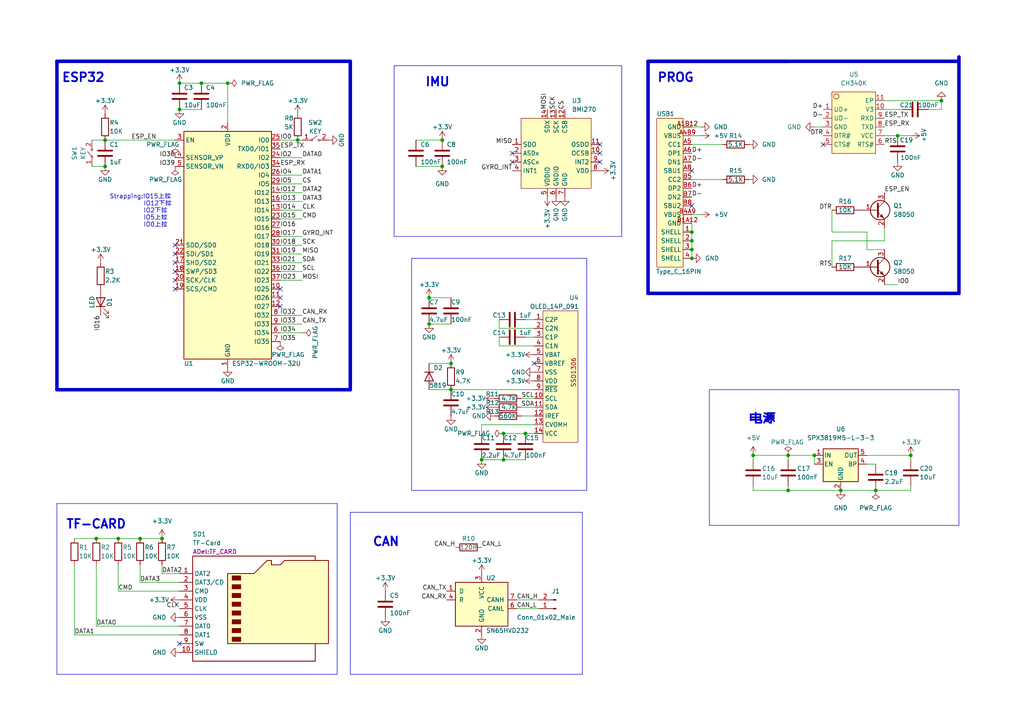
<source format=kicad_sch>
(kicad_sch (version 20230121) (generator eeschema)
  (paper "A4")
  (lib_symbols
    (symbol "ADel:BMI270"
      (property "Reference" "U" (at 1.27 1.27 0))
      (property "Value" "BMI270" (at 16.51 -21.59 0))
      (symbol "BMI270_0_1"
        (rectangle (start 0 0) (end 20.32 -20.32) (fill (type background)))
      )
      (symbol "BMI270_1_1"
        (pin bidirectional line (at -2.54 -7.62 0) (length 2.54) (name "SDO") (number "1"))
        (pin bidirectional line (at 22.86 -10.16 180) (length 2.54) (name "OCSB") (number "10"))
        (pin bidirectional line (at 22.86 -7.62 180) (length 2.54) (name "OSDO") (number "11"))
        (pin bidirectional line (at 12.7 2.54 270) (length 2.54) (name "CSB") (number "12"))
        (pin bidirectional line (at 10.16 2.54 270) (length 2.54) (name "SCK") (number "13"))
        (pin bidirectional line (at 7.62 2.54 270) (length 2.54) (name "SDX") (number "14"))
        (pin bidirectional line (at -2.54 -10.16 0) (length 2.54) (name "ASDx") (number "2"))
        (pin bidirectional line (at -2.54 -12.7 0) (length 2.54) (name "ASCx") (number "3"))
        (pin bidirectional line (at -2.54 -15.24 0) (length 2.54) (name "INT1") (number "4"))
        (pin power_in line (at 7.62 -22.86 90) (length 2.54) (name "VDDIO") (number "5"))
        (pin power_in line (at 10.16 -22.86 90) (length 2.54) (name "GNDIO") (number "6"))
        (pin power_in line (at 12.7 -22.86 90) (length 2.54) (name "GND") (number "7"))
        (pin power_in line (at 22.86 -15.24 180) (length 2.54) (name "VDD") (number "8"))
        (pin bidirectional line (at 22.86 -12.7 180) (length 2.54) (name "INT2") (number "9"))
      )
    )
    (symbol "ADel:TF-Card"
      (property "Reference" "SD" (at 0 1.27 0))
      (property "Value" "TF-Card" (at 33.02 1.27 0))
      (property "Footprint" "Del:TF_CARD" (at 15.24 1.27 0))
      (symbol "TF-Card_0_1"
        (polyline (pts (xy 35.56 -1.27) (xy 35.56 0) (xy 0 0) (xy 0 -30.48) (xy 35.56 -30.48) (xy 35.56 -25.4)) (stroke (width 0.254)))
        (polyline (pts (xy 10.16 -25.4) (xy 10.16 -5.08) (xy 17.78 -5.08) (xy 21.59 -1.27) (xy 22.86 -1.27) (xy 22.86 -2.54) (xy 25.4 -2.54) (xy 26.67 -1.27) (xy 39.37 -1.27) (xy 39.37 -25.4) (xy 10.16 -25.4)) (stroke (width 0.254)) (fill (type background)))
        (rectangle (start 11.43 -23.495) (end 13.97 -24.765) (fill (type outline)))
        (rectangle (start 11.43 -20.955) (end 13.97 -22.225) (fill (type outline)))
        (rectangle (start 11.43 -18.415) (end 13.97 -19.685) (fill (type outline)))
        (rectangle (start 11.43 -15.875) (end 13.97 -17.145) (fill (type outline)))
        (rectangle (start 11.43 -13.335) (end 13.97 -14.605) (fill (type outline)))
        (rectangle (start 11.43 -10.795) (end 13.97 -12.065) (fill (type outline)))
        (rectangle (start 11.43 -8.255) (end 13.97 -9.525) (fill (type outline)))
        (rectangle (start 11.43 -5.715) (end 13.97 -6.985) (fill (type outline)))
      )
      (symbol "TF-Card_1_1"
        (pin bidirectional line (at -3.81 -5.08 0) (length 3.81) (name "DAT2") (number "1"))
        (pin passive line (at -3.81 -27.94 0) (length 3.81) (name "SHIELD") (number "10"))
        (pin bidirectional line (at -3.81 -7.62 0) (length 3.81) (name "DAT3/CD") (number "2"))
        (pin input line (at -3.81 -10.16 0) (length 3.81) (name "CMD") (number "3"))
        (pin power_in line (at -3.81 -12.7 0) (length 3.81) (name "VDD") (number "4"))
        (pin input line (at -3.81 -15.24 0) (length 3.81) (name "CLK") (number "5"))
        (pin power_in line (at -3.81 -17.78 0) (length 3.81) (name "VSS") (number "6"))
        (pin bidirectional line (at -3.81 -20.32 0) (length 3.81) (name "DAT0") (number "7"))
        (pin bidirectional line (at -3.81 -22.86 0) (length 3.81) (name "DAT1") (number "8"))
        (pin bidirectional line (at -3.81 -25.4 0) (length 3.81) (name "SW") (number "9"))
      )
    )
    (symbol "ADel:Type_C_16PIN"
      (property "Reference" "USB" (at 2.54 1.27 0))
      (property "Value" "Type_C_16PIN" (at 6.35 -44.45 0))
      (symbol "Type_C_16PIN_0_1"
        (arc (start -10.16 -16.51) (mid -10.16 -16.51) (end -10.16 -16.51))
        (rectangle (start 0 0) (end 7.62 -43.18) (fill (type background)))
      )
      (symbol "Type_C_16PIN_1_1"
        (pin power_in line (at 10.16 -33.02 180) (length 2.54) (name "SHELL") (number "1"))
        (pin power_in line (at 10.16 -35.56 180) (length 2.54) (name "SHELL") (number "2"))
        (pin power_in line (at 10.16 -38.1 180) (length 2.54) (name "SHELL") (number "3"))
        (pin power_in line (at 10.16 -40.64 180) (length 2.54) (name "SHELL") (number "4"))
        (pin power_in line (at 10.16 -2.54 180) (length 2.54) (name "GND") (number "A1B12"))
        (pin power_in line (at 10.16 -5.08 180) (length 2.54) (name "VBUS") (number "A4B9"))
        (pin bidirectional line (at 10.16 -7.62 180) (length 2.54) (name "CC1") (number "A5"))
        (pin bidirectional line (at 10.16 -10.16 180) (length 2.54) (name "DP1") (number "A6"))
        (pin bidirectional line (at 10.16 -12.7 180) (length 2.54) (name "DN1") (number "A7"))
        (pin bidirectional line (at 10.16 -15.24 180) (length 2.54) (name "SBU1") (number "A8"))
        (pin power_in line (at 10.16 -30.48 180) (length 2.54) (name "GND") (number "B1A12"))
        (pin power_in line (at 10.16 -27.94 180) (length 2.54) (name "VBUS") (number "B4A9"))
        (pin bidirectional line (at 10.16 -17.78 180) (length 2.54) (name "CC2") (number "B5"))
        (pin bidirectional line (at 10.16 -20.32 180) (length 2.54) (name "DP2") (number "B6"))
        (pin bidirectional line (at 10.16 -22.86 180) (length 2.54) (name "DN2") (number "B7"))
        (pin bidirectional line (at 10.16 -25.4 180) (length 2.54) (name "SBU2") (number "B8"))
      )
    )
    (symbol "Connector:Conn_01x02_Male" (pin_names (offset 1.016) hide)
      (property "Reference" "J" (at 0 2.54 0))
      (property "Value" "Conn_01x02_Male" (at 0 -5.08 0))
      (symbol "Conn_01x02_Male_1_1"
        (polyline (pts (xy 1.27 -2.54) (xy 0.8636 -2.54)) (stroke (width 0.1524)))
        (polyline (pts (xy 1.27 0) (xy 0.8636 0)) (stroke (width 0.1524)))
        (rectangle (start 0.8636 -2.413) (end 0 -2.667) (stroke (width 0.1524)) (fill (type outline)))
        (rectangle (start 0.8636 0.127) (end 0 -0.127) (stroke (width 0.1524)) (fill (type outline)))
        (pin passive line (at 5.08 0 180) (length 3.81) (name "Pin_1") (number "1"))
        (pin passive line (at 5.08 -2.54 180) (length 3.81) (name "Pin_2") (number "2"))
      )
    )
    (symbol "Del_Schlib:CH340K"
      (property "Reference" "U" (at 0 1.27 0))
      (property "Value" "CH340K" (at 8.89 1.27 0))
      (symbol "CH340K_0_1"
        (rectangle (start 0 0) (end 12.7 -17.78) (fill (type background)))
        (circle (center 1.27 -1.27) (radius 0.762))
      )
      (symbol "CH340K_1_1"
        (pin bidirectional line (at -2.54 -5.08 0) (length 2.54) (name "UD+") (number "1"))
        (pin bidirectional line (at 15.24 -5.08 180) (length 2.54) (name "V3") (number "10"))
        (pin bidirectional line (at 15.24 -2.54 180) (length 2.54) (name "EP") (number "11"))
        (pin bidirectional line (at -2.54 -7.62 0) (length 2.54) (name "UD-") (number "2"))
        (pin bidirectional line (at -2.54 -10.16 0) (length 2.54) (name "GND") (number "3"))
        (pin bidirectional line (at -2.54 -12.7 0) (length 2.54) (name "DTR#") (number "4"))
        (pin bidirectional line (at -2.54 -15.24 0) (length 2.54) (name "CTS#") (number "5"))
        (pin bidirectional line (at 15.24 -15.24 180) (length 2.54) (name "RTS#") (number "6"))
        (pin bidirectional line (at 15.24 -12.7 180) (length 2.54) (name "VCC") (number "7"))
        (pin bidirectional line (at 15.24 -10.16 180) (length 2.54) (name "TXD") (number "8"))
        (pin bidirectional line (at 15.24 -7.62 180) (length 2.54) (name "RXD") (number "9"))
      )
    )
    (symbol "Del_Schlib:KEY" (pin_names hide)
      (property "Reference" "SW" (at -1.27 1.27 0))
      (property "Value" "KEY" (at 3.81 1.27 0))
      (symbol "KEY_0_1"
        (polyline (pts (xy 0.508 0.254) (xy 1.778 1.27)))
        (circle (center 0.254 0) (radius 0.254))
        (circle (center 2.286 0) (radius 0.254))
      )
      (symbol "KEY_1_1"
        (pin passive line (at -2.54 0 0) (length 2.54) (name "A") (number "1"))
        (pin passive line (at 5.08 0 180) (length 2.54) (name "B") (number "2"))
      )
    )
    (symbol "Del_Schlib:OLED_14P_091"
      (property "Reference" "U" (at 0 1.27 0))
      (property "Value" "OLED_14P_091" (at 5.08 -39.37 0))
      (symbol "OLED_14P_091_0_0"
        (text "SSD1306" (at 8.89 -17.78 900) (effects (font (size 1.27 1.27))))
      )
      (symbol "OLED_14P_091_0_1"
        (rectangle (start 0 0) (end 10.16 -38.1) (fill (type background)))
      )
      (symbol "OLED_14P_091_1_1"
        (pin bidirectional line (at -2.54 -2.54 0) (length 2.54) (name "C2P") (number "1"))
        (pin bidirectional line (at -2.54 -25.4 0) (length 2.54) (name "SCL") (number "10"))
        (pin bidirectional line (at -2.54 -27.94 0) (length 2.54) (name "SDA") (number "11"))
        (pin bidirectional line (at -2.54 -30.48 0) (length 2.54) (name "IREF") (number "12"))
        (pin bidirectional line (at -2.54 -33.02 0) (length 2.54) (name "CVOMH") (number "13"))
        (pin power_in line (at -2.54 -35.56 0) (length 2.54) (name "VCC") (number "14"))
        (pin bidirectional line (at -2.54 -5.08 0) (length 2.54) (name "C2N") (number "2"))
        (pin bidirectional line (at -2.54 -7.62 0) (length 2.54) (name "C1P") (number "3"))
        (pin bidirectional line (at -2.54 -10.16 0) (length 2.54) (name "C1N") (number "4"))
        (pin bidirectional line (at -2.54 -12.7 0) (length 2.54) (name "VBAT") (number "5"))
        (pin bidirectional line (at -2.54 -15.24 0) (length 2.54) (name "VBREF") (number "6"))
        (pin power_in line (at -2.54 -17.78 0) (length 2.54) (name "VSS") (number "7"))
        (pin power_in line (at -2.54 -20.32 0) (length 2.54) (name "VDD") (number "8"))
        (pin bidirectional line (at -2.54 -22.86 0) (length 2.54) (name "~{RES}") (number "9"))
      )
    )
    (symbol "Device:C" (pin_numbers hide) (pin_names (offset 0.254))
      (property "Reference" "C" (at 0.635 2.54 0))
      (property "Value" "C" (at 0.635 -2.54 0))
      (symbol "C_0_1"
        (polyline (pts (xy -2.032 -0.762) (xy 2.032 -0.762)) (stroke (width 0.508)))
        (polyline (pts (xy -2.032 0.762) (xy 2.032 0.762)) (stroke (width 0.508)))
      )
      (symbol "C_1_1"
        (pin passive line (at 0 3.81 270) (length 2.794) (name "~") (number "1"))
        (pin passive line (at 0 -3.81 90) (length 2.794) (name "~") (number "2"))
      )
    )
    (symbol "Device:D" (pin_numbers hide) (pin_names (offset 1.016) hide)
      (property "Reference" "D" (at 0 2.54 0))
      (property "Value" "D" (at 0 -2.54 0))
      (symbol "D_0_1"
        (polyline (pts (xy -1.27 1.27) (xy -1.27 -1.27)) (stroke (width 0.254)))
        (polyline (pts (xy 1.27 0) (xy -1.27 0)))
        (polyline (pts (xy 1.27 1.27) (xy 1.27 -1.27) (xy -1.27 0) (xy 1.27 1.27)) (stroke (width 0.254)))
      )
      (symbol "D_1_1"
        (pin passive line (at -3.81 0 0) (length 2.54) (name "K") (number "1"))
        (pin passive line (at 3.81 0 180) (length 2.54) (name "A") (number "2"))
      )
    )
    (symbol "Device:LED" (pin_numbers hide) (pin_names (offset 1.016) hide)
      (property "Reference" "D" (at 0 2.54 0))
      (property "Value" "LED" (at 0 -2.54 0))
      (symbol "LED_0_1"
        (polyline (pts (xy -1.27 -1.27) (xy -1.27 1.27)) (stroke (width 0.254)))
        (polyline (pts (xy -1.27 0) (xy 1.27 0)))
        (polyline (pts (xy 1.27 -1.27) (xy 1.27 1.27) (xy -1.27 0) (xy 1.27 -1.27)) (stroke (width 0.254)))
        (polyline (pts (xy -3.048 -0.762) (xy -4.572 -2.286) (xy -3.81 -2.286) (xy -4.572 -2.286) (xy -4.572 -1.524)))
        (polyline (pts (xy -1.778 -0.762) (xy -3.302 -2.286) (xy -2.54 -2.286) (xy -3.302 -2.286) (xy -3.302 -1.524)))
      )
      (symbol "LED_1_1"
        (pin passive line (at -3.81 0 0) (length 2.54) (name "K") (number "1"))
        (pin passive line (at 3.81 0 180) (length 2.54) (name "A") (number "2"))
      )
    )
    (symbol "Device:Q_NPN_BEC" (pin_names (offset 0) hide)
      (property "Reference" "Q" (at 5.08 1.27 0))
      (property "Value" "Q_NPN_BEC" (at 5.08 -1.27 0))
      (symbol "Q_NPN_BEC_0_1"
        (polyline (pts (xy 0.635 0.635) (xy 2.54 2.54)))
        (polyline (pts (xy 0.635 -0.635) (xy 2.54 -2.54) (xy 2.54 -2.54)))
        (polyline (pts (xy 0.635 1.905) (xy 0.635 -1.905) (xy 0.635 -1.905)) (stroke (width 0.508)))
        (polyline (pts (xy 1.27 -1.778) (xy 1.778 -1.27) (xy 2.286 -2.286) (xy 1.27 -1.778) (xy 1.27 -1.778)) (fill (type outline)))
        (circle (center 1.27 0) (radius 2.8194) (stroke (width 0.254)))
      )
      (symbol "Q_NPN_BEC_1_1"
        (pin input line (at -5.08 0 0) (length 5.715) (name "B") (number "1"))
        (pin passive line (at 2.54 -5.08 90) (length 2.54) (name "E") (number "2"))
        (pin passive line (at 2.54 5.08 270) (length 2.54) (name "C") (number "3"))
      )
    )
    (symbol "Device:R" (pin_numbers hide) (pin_names (offset 0))
      (property "Reference" "R" (at 2.032 0 90))
      (property "Value" "R" (at 0 0 90))
      (symbol "R_0_1"
        (rectangle (start -1.016 -2.54) (end 1.016 2.54) (stroke (width 0.254)))
      )
      (symbol "R_1_1"
        (pin passive line (at 0 3.81 270) (length 1.27) (name "~") (number "1"))
        (pin passive line (at 0 -3.81 90) (length 1.27) (name "~") (number "2"))
      )
    )
    (symbol "Interface_CAN_LIN:SN65HVD232" (pin_names (offset 1.016))
      (property "Reference" "U" (at -2.54 10.16 0))
      (property "Value" "SN65HVD232" (at -2.54 7.62 0))
      (symbol "SN65HVD232_0_1"
        (rectangle (start -7.62 5.08) (end 7.62 -7.62) (stroke (width 0.254)) (fill (type background)))
      )
      (symbol "SN65HVD232_1_1"
        (pin input line (at -10.16 2.54 0) (length 2.54) (name "D") (number "1"))
        (pin power_in line (at 0 -10.16 90) (length 2.54) (name "GND") (number "2"))
        (pin power_in line (at 0 7.62 270) (length 2.54) (name "VCC") (number "3"))
        (pin output line (at -10.16 0 0) (length 2.54) (name "R") (number "4"))
        (pin no_connect line (at -10.16 -2.54 0) (length 2.54) hide (name "NC") (number "5"))
        (pin bidirectional line (at 10.16 -2.54 180) (length 2.54) (name "CANL") (number "6"))
        (pin bidirectional line (at 10.16 0 180) (length 2.54) (name "CANH") (number "7"))
        (pin no_connect line (at -10.16 -5.08 0) (length 2.54) hide (name "NC") (number "8"))
      )
    )
    (symbol "RF_Module:ESP32-WROOM-32U"
      (property "Reference" "U" (at -12.7 34.29 0))
      (property "Value" "ESP32-WROOM-32U" (at 1.27 34.29 0))
      (symbol "ESP32-WROOM-32U_0_1"
        (rectangle (start -12.7 33.02) (end 12.7 -33.02) (stroke (width 0.254)) (fill (type background)))
      )
      (symbol "ESP32-WROOM-32U_1_1"
        (pin power_in line (at 0 -35.56 90) (length 2.54) (name "GND") (number "1"))
        (pin bidirectional line (at 15.24 -12.7 180) (length 2.54) (name "IO25") (number "10"))
        (pin bidirectional line (at 15.24 -15.24 180) (length 2.54) (name "IO26") (number "11"))
        (pin bidirectional line (at 15.24 -17.78 180) (length 2.54) (name "IO27") (number "12"))
        (pin bidirectional line (at 15.24 10.16 180) (length 2.54) (name "IO14") (number "13"))
        (pin bidirectional line (at 15.24 15.24 180) (length 2.54) (name "IO12") (number "14"))
        (pin passive line (at 0 -35.56 90) (length 2.54) hide (name "GND") (number "15"))
        (pin bidirectional line (at 15.24 12.7 180) (length 2.54) (name "IO13") (number "16"))
        (pin bidirectional line (at -15.24 -5.08 0) (length 2.54) (name "SHD/SD2") (number "17"))
        (pin bidirectional line (at -15.24 -7.62 0) (length 2.54) (name "SWP/SD3") (number "18"))
        (pin bidirectional line (at -15.24 -12.7 0) (length 2.54) (name "SCS/CMD") (number "19"))
        (pin power_in line (at 0 35.56 270) (length 2.54) (name "VDD") (number "2"))
        (pin bidirectional line (at -15.24 -10.16 0) (length 2.54) (name "SCK/CLK") (number "20"))
        (pin bidirectional line (at -15.24 0 0) (length 2.54) (name "SDO/SD0") (number "21"))
        (pin bidirectional line (at -15.24 -2.54 0) (length 2.54) (name "SDI/SD1") (number "22"))
        (pin bidirectional line (at 15.24 7.62 180) (length 2.54) (name "IO15") (number "23"))
        (pin bidirectional line (at 15.24 25.4 180) (length 2.54) (name "IO2") (number "24"))
        (pin bidirectional line (at 15.24 30.48 180) (length 2.54) (name "IO0") (number "25"))
        (pin bidirectional line (at 15.24 20.32 180) (length 2.54) (name "IO4") (number "26"))
        (pin bidirectional line (at 15.24 5.08 180) (length 2.54) (name "IO16") (number "27"))
        (pin bidirectional line (at 15.24 2.54 180) (length 2.54) (name "IO17") (number "28"))
        (pin bidirectional line (at 15.24 17.78 180) (length 2.54) (name "IO5") (number "29"))
        (pin input line (at -15.24 30.48 0) (length 2.54) (name "EN") (number "3"))
        (pin bidirectional line (at 15.24 0 180) (length 2.54) (name "IO18") (number "30"))
        (pin bidirectional line (at 15.24 -2.54 180) (length 2.54) (name "IO19") (number "31"))
        (pin no_connect line (at -12.7 -27.94 0) (length 2.54) hide (name "NC") (number "32"))
        (pin bidirectional line (at 15.24 -5.08 180) (length 2.54) (name "IO21") (number "33"))
        (pin bidirectional line (at 15.24 22.86 180) (length 2.54) (name "RXD0/IO3") (number "34"))
        (pin bidirectional line (at 15.24 27.94 180) (length 2.54) (name "TXD0/IO1") (number "35"))
        (pin bidirectional line (at 15.24 -7.62 180) (length 2.54) (name "IO22") (number "36"))
        (pin bidirectional line (at 15.24 -10.16 180) (length 2.54) (name "IO23") (number "37"))
        (pin passive line (at 0 -35.56 90) (length 2.54) hide (name "GND") (number "38"))
        (pin passive line (at 0 -35.56 90) (length 2.54) hide (name "GND") (number "39"))
        (pin input line (at -15.24 25.4 0) (length 2.54) (name "SENSOR_VP") (number "4"))
        (pin input line (at -15.24 22.86 0) (length 2.54) (name "SENSOR_VN") (number "5"))
        (pin input line (at 15.24 -25.4 180) (length 2.54) (name "IO34") (number "6"))
        (pin input line (at 15.24 -27.94 180) (length 2.54) (name "IO35") (number "7"))
        (pin bidirectional line (at 15.24 -20.32 180) (length 2.54) (name "IO32") (number "8"))
        (pin bidirectional line (at 15.24 -22.86 180) (length 2.54) (name "IO33") (number "9"))
      )
    )
    (symbol "Regulator_Linear:SPX3819M5-L-3-3" (pin_names (offset 0.254))
      (property "Reference" "U" (at -3.81 5.715 0))
      (property "Value" "SPX3819M5-L-3-3" (at 0 5.715 0))
      (symbol "SPX3819M5-L-3-3_0_1"
        (rectangle (start -5.08 4.445) (end 5.08 -5.08) (stroke (width 0.254)) (fill (type background)))
      )
      (symbol "SPX3819M5-L-3-3_1_1"
        (pin power_in line (at -7.62 2.54 0) (length 2.54) (name "IN") (number "1"))
        (pin power_in line (at 0 -7.62 90) (length 2.54) (name "GND") (number "2"))
        (pin input line (at -7.62 0 0) (length 2.54) (name "EN") (number "3"))
        (pin input line (at 7.62 0 180) (length 2.54) (name "BP") (number "4"))
        (pin power_out line (at 7.62 2.54 180) (length 2.54) (name "OUT") (number "5"))
      )
    )
    (symbol "power:+3.3V" (power) (pin_names (offset 0))
      (property "Value" "+3.3V" (at 0 3.556 0))
      (symbol "+3.3V_0_1"
        (polyline (pts (xy -0.762 1.27) (xy 0 2.54)))
        (polyline (pts (xy 0 0) (xy 0 2.54)))
        (polyline (pts (xy 0 2.54) (xy 0.762 1.27)))
      )
      (symbol "+3.3V_1_1"
        (pin power_in line (at 0 0 90) (length 0) hide (name "+3.3V") (number "1"))
      )
    )
    (symbol "power:+5V" (power) (pin_names (offset 0))
      (property "Value" "+5V" (at 0 3.556 0))
      (symbol "+5V_0_1"
        (polyline (pts (xy -0.762 1.27) (xy 0 2.54)))
        (polyline (pts (xy 0 0) (xy 0 2.54)))
        (polyline (pts (xy 0 2.54) (xy 0.762 1.27)))
      )
      (symbol "+5V_1_1"
        (pin power_in line (at 0 0 90) (length 0) hide (name "+5V") (number "1"))
      )
    )
    (symbol "power:GND" (power) (pin_names (offset 0))
      (property "Value" "GND" (at 0 -3.81 0))
      (symbol "GND_0_1"
        (polyline (pts (xy 0 0) (xy 0 -1.27) (xy 1.27 -1.27) (xy 0 -2.54) (xy -1.27 -1.27) (xy 0 -1.27)))
      )
      (symbol "GND_1_1"
        (pin power_in line (at 0 0 270) (length 0) hide (name "GND") (number "1"))
      )
    )
    (symbol "power:PWR_FLAG" (power) (pin_numbers hide) (pin_names (offset 0) hide)
      (property "Value" "PWR_FLAG" (at 0 3.81 0))
      (symbol "PWR_FLAG_0_0"
        (pin power_out line (at 0 0 90) (length 0) (name "pwr") (number "1"))
      )
      (symbol "PWR_FLAG_0_1"
        (polyline (pts (xy 0 0) (xy 0 1.27) (xy -1.016 1.905) (xy 0 2.54) (xy 1.016 1.905) (xy 0 1.27)))
      )
    )
  )
  (junction (at 30.48 40.64))
  (junction (at 46.99 156.21))
  (junction (at 124.46 93.98))
  (junction (at 264.16 132.08))
  (junction (at 254 142.24))
  (junction (at 130.81 105.41))
  (junction (at 66.04 24.13))
  (junction (at 128.27 48.26))
  (junction (at 128.27 40.64))
  (junction (at 139.7 133.35))
  (junction (at 52.07 24.13))
  (junction (at 146.05 133.35))
  (junction (at 273.05 29.21))
  (junction (at 30.48 48.26))
  (junction (at 86.36 40.64))
  (junction (at 228.6 142.24))
  (junction (at 200.66 67.31))
  (junction (at 228.6 132.08))
  (junction (at 130.81 113.03))
  (junction (at 124.46 86.36))
  (junction (at 152.4 125.73))
  (junction (at 218.44 132.08))
  (junction (at 27.94 156.21))
  (junction (at 34.29 156.21))
  (junction (at 236.22 132.08))
  (junction (at 243.84 142.24))
  (junction (at 58.42 24.13))
  (junction (at 200.66 72.39))
  (junction (at 200.66 69.85))
  (junction (at 52.07 31.75))
  (junction (at 146.05 125.73))
  (junction (at 200.66 74.93))
  (junction (at 40.64 156.21))
  (junction (at 260.35 39.37))
  (no_connect (at 200.66 59.69))
  (no_connect (at 81.28 83.82))
  (no_connect (at 81.28 86.36))
  (no_connect (at 238.76 41.91))
  (no_connect (at 50.8 78.74))
  (no_connect (at 52.07 186.69))
  (no_connect (at 200.66 49.53))
  (no_connect (at 154.94 105.41))
  (no_connect (at 173.99 46.99))
  (no_connect (at 173.99 44.45))
  (no_connect (at 81.28 88.9))
  (no_connect (at 50.8 71.12))
  (no_connect (at 50.8 76.2))
  (no_connect (at 173.99 41.91))
  (no_connect (at 50.8 83.82))
  (no_connect (at 50.8 81.28))
  (no_connect (at 148.59 46.99))
  (no_connect (at 148.59 44.45))
  (no_connect (at 50.8 73.66))
  (wire (pts (xy 200.66 69.85) (xy 200.66 72.39)))
  (wire (pts (xy 66.04 35.56) (xy 66.04 24.13)))
  (polyline (pts (xy 187.96 17.78) (xy 187.96 85.09)) (stroke (width 1.016) (type solid)))
  (wire (pts (xy 81.28 53.34) (xy 87.63 53.34)))
  (wire (pts (xy 81.28 73.66) (xy 87.63 73.66)))
  (polyline (pts (xy 278.13 17.78) (xy 187.96 17.78)) (stroke (width 1.016) (type solid)))
  (wire (pts (xy 120.65 40.64) (xy 128.27 40.64)))
  (polyline (pts (xy 16.51 146.05) (xy 97.79 146.05)))
  (wire (pts (xy 228.6 133.35) (xy 228.6 132.08)))
  (polyline (pts (xy 278.13 85.09) (xy 278.13 16.51)) (stroke (width 1.016) (type solid)))
  (wire (pts (xy 264.16 133.35) (xy 264.16 132.08)))
  (wire (pts (xy 251.46 72.39) (xy 256.54 72.39)))
  (wire (pts (xy 144.78 95.25) (xy 144.78 92.71)))
  (polyline (pts (xy 101.6 113.03) (xy 101.6 17.78)) (stroke (width 1.016) (type solid)))
  (wire (pts (xy 52.07 166.37) (xy 46.99 166.37)))
  (polyline (pts (xy 97.79 195.58) (xy 16.51 195.58)))
  (wire (pts (xy 149.86 176.53) (xy 156.21 176.53)))
  (wire (pts (xy 46.99 166.37) (xy 46.99 163.83)))
  (wire (pts (xy 149.86 173.99) (xy 156.21 173.99)))
  (wire (pts (xy 251.46 134.62) (xy 254 134.62)))
  (wire (pts (xy 260.35 39.37) (xy 264.16 39.37)))
  (wire (pts (xy 52.07 184.15) (xy 21.59 184.15)))
  (wire (pts (xy 218.44 132.08) (xy 228.6 132.08)))
  (wire (pts (xy 203.2 62.23) (xy 200.66 62.23)))
  (wire (pts (xy 124.46 93.98) (xy 130.81 93.98)))
  (wire (pts (xy 151.13 118.11) (xy 154.94 118.11)))
  (wire (pts (xy 120.65 48.26) (xy 128.27 48.26)))
  (wire (pts (xy 81.28 76.2) (xy 87.63 76.2)))
  (wire (pts (xy 256.54 39.37) (xy 260.35 39.37)))
  (wire (pts (xy 30.48 40.64) (xy 50.8 40.64)))
  (wire (pts (xy 228.6 132.08) (xy 236.22 132.08)))
  (polyline (pts (xy 16.51 113.03) (xy 101.6 113.03)) (stroke (width 1.016) (type solid)))
  (wire (pts (xy 256.54 69.85) (xy 256.54 66.04)))
  (wire (pts (xy 81.28 96.52) (xy 87.63 96.52)))
  (wire (pts (xy 81.28 58.42) (xy 87.63 58.42)))
  (wire (pts (xy 256.54 29.21) (xy 273.05 29.21)))
  (wire (pts (xy 254 142.24) (xy 264.16 142.24)))
  (wire (pts (xy 139.7 123.19) (xy 139.7 125.73)))
  (wire (pts (xy 40.64 156.21) (xy 46.99 156.21)))
  (wire (pts (xy 81.28 63.5) (xy 87.63 63.5)))
  (wire (pts (xy 241.3 69.85) (xy 241.3 77.47)))
  (polyline (pts (xy 16.51 17.78) (xy 101.6 17.78)) (stroke (width 1.016) (type solid)))
  (wire (pts (xy 21.59 156.21) (xy 27.94 156.21)))
  (wire (pts (xy 27.94 181.61) (xy 27.94 163.83)))
  (wire (pts (xy 251.46 67.31) (xy 251.46 72.39)))
  (wire (pts (xy 66.04 24.13) (xy 58.42 24.13)))
  (wire (pts (xy 152.4 92.71) (xy 154.94 92.71)))
  (wire (pts (xy 81.28 50.8) (xy 87.63 50.8)))
  (polyline (pts (xy 97.79 146.05) (xy 97.79 195.58)))
  (wire (pts (xy 124.46 86.36) (xy 130.81 86.36)))
  (polyline (pts (xy 16.51 17.78) (xy 16.51 113.03)) (stroke (width 1.016) (type solid)))
  (wire (pts (xy 21.59 184.15) (xy 21.59 163.83)))
  (wire (pts (xy 256.54 69.85) (xy 241.3 69.85)))
  (wire (pts (xy 81.28 78.74) (xy 87.63 78.74)))
  (wire (pts (xy 154.94 95.25) (xy 144.78 95.25)))
  (wire (pts (xy 151.13 115.57) (xy 154.94 115.57)))
  (wire (pts (xy 124.46 105.41) (xy 130.81 105.41)))
  (wire (pts (xy 154.94 123.19) (xy 139.7 123.19)))
  (wire (pts (xy 200.66 72.39) (xy 200.66 74.93)))
  (wire (pts (xy 81.28 71.12) (xy 87.63 71.12)))
  (wire (pts (xy 146.05 133.35) (xy 152.4 133.35)))
  (wire (pts (xy 236.22 36.83) (xy 238.76 36.83)))
  (wire (pts (xy 27.94 156.21) (xy 34.29 156.21)))
  (wire (pts (xy 152.4 125.73) (xy 154.94 125.73)))
  (wire (pts (xy 52.07 24.13) (xy 58.42 24.13)))
  (wire (pts (xy 146.05 125.73) (xy 152.4 125.73)))
  (wire (pts (xy 81.28 81.28) (xy 87.63 81.28)))
  (wire (pts (xy 241.3 67.31) (xy 251.46 67.31)))
  (wire (pts (xy 218.44 142.24) (xy 218.44 140.97)))
  (wire (pts (xy 40.64 168.91) (xy 40.64 163.83)))
  (wire (pts (xy 256.54 31.75) (xy 261.62 31.75)))
  (wire (pts (xy 151.13 120.65) (xy 154.94 120.65)))
  (wire (pts (xy 26.67 40.64) (xy 30.48 40.64)))
  (wire (pts (xy 81.28 40.64) (xy 86.36 40.64)))
  (wire (pts (xy 152.4 97.79) (xy 154.94 97.79)))
  (wire (pts (xy 228.6 140.97) (xy 228.6 142.24)))
  (wire (pts (xy 200.66 64.77) (xy 200.66 67.31)))
  (wire (pts (xy 81.28 91.44) (xy 87.63 91.44)))
  (wire (pts (xy 200.66 41.91) (xy 209.55 41.91)))
  (wire (pts (xy 251.46 132.08) (xy 264.16 132.08)))
  (wire (pts (xy 144.78 100.33) (xy 144.78 97.79)))
  (wire (pts (xy 200.66 67.31) (xy 200.66 69.85)))
  (wire (pts (xy 260.35 82.55) (xy 256.54 82.55)))
  (wire (pts (xy 124.46 113.03) (xy 130.81 113.03)))
  (wire (pts (xy 139.7 133.35) (xy 146.05 133.35)))
  (wire (pts (xy 52.07 168.91) (xy 40.64 168.91)))
  (wire (pts (xy 81.28 55.88) (xy 87.63 55.88)))
  (wire (pts (xy 243.84 142.24) (xy 254 142.24)))
  (wire (pts (xy 34.29 156.21) (xy 40.64 156.21)))
  (wire (pts (xy 52.07 181.61) (xy 27.94 181.61)))
  (wire (pts (xy 269.24 31.75) (xy 273.05 31.75)))
  (wire (pts (xy 154.94 100.33) (xy 144.78 100.33)))
  (wire (pts (xy 241.3 60.96) (xy 241.3 67.31)))
  (wire (pts (xy 218.44 133.35) (xy 218.44 132.08)))
  (wire (pts (xy 81.28 45.72) (xy 87.63 45.72)))
  (wire (pts (xy 81.28 60.96) (xy 87.63 60.96)))
  (wire (pts (xy 264.16 140.97) (xy 264.16 142.24)))
  (wire (pts (xy 52.07 31.75) (xy 58.42 31.75)))
  (wire (pts (xy 86.36 40.64) (xy 87.63 40.64)))
  (wire (pts (xy 26.67 48.26) (xy 30.48 48.26)))
  (wire (pts (xy 273.05 29.21) (xy 273.05 31.75)))
  (wire (pts (xy 203.2 36.83) (xy 200.66 36.83)))
  (polyline (pts (xy 187.96 17.78) (xy 228.6 17.78)) (stroke (width 1.016) (type solid)))
  (wire (pts (xy 200.66 52.07) (xy 209.55 52.07)))
  (wire (pts (xy 130.81 113.03) (xy 154.94 113.03)))
  (wire (pts (xy 34.29 171.45) (xy 34.29 163.83)))
  (wire (pts (xy 203.2 39.37) (xy 200.66 39.37)))
  (wire (pts (xy 236.22 132.08) (xy 236.22 134.62)))
  (polyline (pts (xy 16.51 146.05) (xy 16.51 195.58)))
  (wire (pts (xy 228.6 142.24) (xy 243.84 142.24)))
  (wire (pts (xy 34.29 171.45) (xy 52.07 171.45)))
  (polyline (pts (xy 187.96 85.09) (xy 278.13 85.09)) (stroke (width 1.016) (type solid)))
  (wire (pts (xy 81.28 68.58) (xy 87.63 68.58)))
  (wire (pts (xy 81.28 93.98) (xy 87.63 93.98)))
  (wire (pts (xy 228.6 142.24) (xy 218.44 142.24)))
  (rectangle (start 101.6 148.59) (end 168.91 195.58))
  (rectangle (start 205.74 113.03) (end 278.13 152.4))
  (rectangle (start 114.3 19.05) (end 180.34 68.58))
  (rectangle (start 119.38 74.93) (end 170.18 142.24))
  (text "IMU" (at 123.19 25.4 0) (effects (font (size 2.54 2.54) (thickness 0.508) bold) (justify left bottom)))
  (text "TF-CARD" (at 19.05 153.67 0) (effects (font (size 2.54 2.54) (thickness 0.508) bold) (justify left bottom)))
  (text "电源" (at 217.17 123.19 0) (effects (font (size 2.54 2.54) bold) (justify left bottom)))
  (text "Strapping:IO15上拉\n		IO12下拉\n		IO2下拉\n		IO5上拉\n		IO0上拉" (at 31.75 66.04 0) (effects (font (size 1.27 1.27)) (justify left bottom)))
  (text "ESP32" (at 17.78 24.13 0) (effects (font (size 2.54 2.54) bold) (justify left bottom)))
  (text "CAN" (at 107.95 158.75 0) (effects (font (size 2.54 2.54) bold) (justify left bottom)))
  (text "PROG" (at 190.5 24.13 0) (effects (font (size 2.54 2.54) (thickness 0.508) bold) (justify left bottom)))
  (label "IO36" (at 50.8 45.72 180))
  (label "DATA1" (at 87.63 50.8 0))
  (label "DATA2" (at 87.63 55.88 0))
  (label "ESP_TX" (at 256.54 34.29 0))
  (label "MISO" (at 148.59 41.91 180))
  (label "ESP_EN" (at 256.54 55.88 0))
  (label "DATA0" (at 87.63 45.72 0))
  (label "IO21" (at 81.28 76.2 0))
  (label "SDA" (at 154.94 118.11 180))
  (label "IO4" (at 81.28 50.8 0))
  (label "DATA0" (at 27.94 181.61 0))
  (label "IO32" (at 81.28 91.44 0))
  (label "IO15" (at 81.28 63.5 0))
  (label "IO39" (at 50.8 48.26 180))
  (label "D+" (at 238.76 31.75 180))
  (label "CAN_RX" (at 87.63 91.44 0))
  (label "SCK" (at 161.29 31.75 90))
  (label "DATA3" (at 87.63 58.42 0))
  (label "IO22" (at 81.28 78.74 0))
  (label "IO16" (at 81.28 66.04 0))
  (label "IO13" (at 81.28 58.42 0))
  (label "IO0" (at 260.35 82.55 0))
  (label "ESP_EN" (at 38.1 40.64 0))
  (label "ESP_RX" (at 256.54 36.83 0))
  (label "CAN_L" (at 149.86 176.53 0))
  (label "CLK" (at 52.07 176.53 180))
  (label "GYRO_INT" (at 148.59 49.53 180))
  (label "DATA1" (at 21.59 184.15 0))
  (label "D-" (at 200.66 46.99 0))
  (label "IO16" (at 29.21 91.44 270))
  (label "RTS" (at 256.54 41.91 0))
  (label "IO0" (at 81.28 40.64 0))
  (label "CS" (at 87.63 53.34 0))
  (label "DATA2" (at 46.99 166.37 0))
  (label "DTR" (at 241.3 60.96 180))
  (label "MOSI" (at 158.75 31.75 90))
  (label "IO12" (at 81.28 55.88 0))
  (label "ESP_TX" (at 81.28 43.18 0))
  (label "IO19" (at 81.28 73.66 0))
  (label "CMD" (at 34.29 171.45 0))
  (label "IO14" (at 81.28 60.96 0))
  (label "SCK" (at 87.63 71.12 0))
  (label "IO17" (at 81.28 68.58 0))
  (label "CMD" (at 87.63 63.5 0))
  (label "GYRO_INT" (at 87.63 68.58 0))
  (label "DATA3" (at 40.64 168.91 0))
  (label "IO5" (at 81.28 53.34 0))
  (label "DTR" (at 238.76 39.37 180))
  (label "CLK" (at 87.63 60.96 0))
  (label "CAN_TX" (at 129.54 171.45 180))
  (label "IO33" (at 81.28 93.98 0))
  (label "D-" (at 238.76 34.29 180))
  (label "SDA" (at 87.63 76.2 0))
  (label "IO23" (at 81.28 81.28 0))
  (label "CAN_TX" (at 87.63 93.98 0))
  (label "SCL" (at 154.94 115.57 180))
  (label "CAN_H" (at 149.86 173.99 0))
  (label "ESP_RX" (at 81.28 48.26 0))
  (label "SCL" (at 87.63 78.74 0))
  (label "MISO" (at 87.63 73.66 0))
  (label "D+" (at 200.66 54.61 0))
  (label "MOSI" (at 87.63 81.28 0))
  (label "CAN_RX" (at 129.54 173.99 180))
  (label "D-" (at 200.66 57.15 0))
  (label "IO34" (at 81.28 96.52 0))
  (label "IO18" (at 81.28 71.12 0))
  (label "RTS" (at 241.3 77.47 180))
  (label "CAN_L" (at 139.7 158.75 0))
  (label "CS" (at 163.83 31.75 90))
  (label "CAN_H" (at 132.08 158.75 180))
  (label "D+" (at 200.66 44.45 0))
  (label "IO2" (at 81.28 45.72 0))
  (label "IO35" (at 81.28 99.06 0))
  (symbol (lib_id "power:GND") (at 143.51 120.65 270) (unit 1)
    (property "Reference" "#PWR026" (effects hide))
    (property "Value" "GND" (at 140.97 120.65 90) (effects (justify right)))
  )
  (symbol (lib_id "Device:C") (at 30.48 44.45 0) (unit 1)
    (property "Reference" "C1" (at 31.75 41.91 0) (effects (justify left)))
    (property "Value" "1uF" (at 31.75 46.99 0) (effects (justify left)))
    (property "Footprint" "Capacitor_SMD:C_0603_1608Metric_Pad1.08x0.95mm_HandSolder" (effects hide))
  )
  (symbol (lib_id "ADel:BMI270") (at 151.13 34.29 0) (unit 1)
    (property "Reference" "U3" (at 165.8494 29.21 0) (effects (justify left)))
    (property "Value" "BMI270" (at 165.8494 31.75 0) (effects (justify left)))
    (property "Footprint" "Package_LGA:Bosch_LGA-14_3x2.5mm_P0.5mm" (effects hide))
  )
  (symbol (lib_id "Device:C") (at 148.59 92.71 90) (unit 1)
    (property "Reference" "C13" (at 144.78 91.44 90))
    (property "Value" "1uF" (at 152.4 91.44 90))
    (property "Footprint" "Capacitor_SMD:C_0603_1608Metric_Pad1.08x0.95mm_HandSolder" (effects hide))
  )
  (symbol (lib_id "Device:LED") (at 29.21 87.63 90) (unit 1)
    (property "Reference" "D1" (at 31.75 87.63 0))
    (property "Value" "LED" (at 26.67 87.63 0))
    (property "Footprint" "LED_SMD:LED_0603_1608Metric_Pad1.05x0.95mm_HandSolder" (effects hide))
  )
  (symbol (lib_id "Device:R") (at 40.64 160.02 0) (unit 1)
    (property "Reference" "R6" (at 41.91 158.75 0) (effects (justify left)))
    (property "Value" "10K" (at 41.91 161.29 0) (effects (justify left)))
    (property "Footprint" "Resistor_SMD:R_0603_1608Metric_Pad0.98x0.95mm_HandSolder" (effects hide))
  )
  (symbol (lib_id "power:PWR_FLAG") (at 228.6 132.08 0) (unit 1)
    (property "Reference" "#FLG07" (effects hide))
    (property "Value" "PWR_FLAG" (at 223.52 128.27 0) (effects (justify left)))
  )
  (symbol (lib_id "Device:R") (at 245.11 60.96 90) (unit 1)
    (property "Reference" "R16" (at 245.11 58.42 90))
    (property "Value" "10K" (at 245.11 60.96 90))
    (property "Footprint" "Resistor_SMD:R_0603_1608Metric_Pad0.98x0.95mm_HandSolder" (effects hide))
  )
  (symbol (lib_id "Device:C") (at 111.76 175.26 0) (unit 1)
    (property "Reference" "C5" (at 113.03 172.72 0) (effects (justify left)))
    (property "Value" "100nF" (at 113.03 177.8 0) (effects (justify left)))
    (property "Footprint" "Capacitor_SMD:C_0603_1608Metric_Pad1.08x0.95mm_HandSolder" (effects hide))
  )
  (symbol (lib_id "Regulator_Linear:SPX3819M5-L-3-3") (at 243.84 134.62 0) (unit 1)
    (property "Reference" "U6" (at 243.84 124.46 0))
    (property "Value" "SPX3819M5-L-3-3" (at 243.84 127 0))
    (property "Footprint" "Package_TO_SOT_SMD:SOT-23-5" (effects hide))
    (property "Datasheet" "https://www.exar.com/content/document.ashx?id=22106&languageid=1033&type=Datasheet&partnumber=SPX3819&filename=SPX3819.pdf&part=SPX3819" (effects hide))
  )
  (symbol (lib_id "Device:Q_NPN_BEC") (at 254 77.47 0) (unit 1)
    (property "Reference" "Q2" (at 259.08 76.1999 0) (effects (justify left)))
    (property "Value" "S8050" (at 259.08 78.7399 0) (effects (justify left)))
    (property "Footprint" "Package_TO_SOT_SMD:SOT-23" (effects hide))
  )
  (symbol (lib_id "power:GND") (at 52.07 31.75 0) (unit 1)
    (property "Reference" "#PWR06" (effects hide))
    (property "Value" "GND" (at 52.07 35.56 0))
  )
  (symbol (lib_id "Device:R") (at 21.59 160.02 0) (unit 1)
    (property "Reference" "R1" (at 22.86 158.75 0) (effects (justify left)))
    (property "Value" "10K" (at 22.86 161.29 0) (effects (justify left)))
    (property "Footprint" "Resistor_SMD:R_0603_1608Metric_Pad0.98x0.95mm_HandSolder" (effects hide))
  )
  (symbol (lib_id "Device:R") (at 147.32 120.65 90) (unit 1)
    (property "Reference" "R13" (at 144.78 119.38 90) (effects (justify left)))
    (property "Value" "560K" (at 149.86 120.65 90) (effects (justify left)))
    (property "Footprint" "Resistor_SMD:R_0603_1608Metric_Pad0.98x0.95mm_HandSolder" (effects hide))
  )
  (symbol (lib_id "power:+3.3V") (at 130.81 105.41 0) (unit 1)
    (property "Reference" "#PWR019" (effects hide))
    (property "Value" "+3.3V" (at 130.81 101.6 0))
  )
  (symbol (lib_id "power:+5V") (at 203.2 39.37 270) (unit 1)
    (property "Reference" "#PWR036" (effects hide))
    (property "Value" "+5V" (at 207.01 39.3699 90) (effects (justify left)))
  )
  (symbol (lib_id "power:PWR_FLAG") (at 254 142.24 180) (unit 1)
    (property "Reference" "#FLG08" (effects hide))
    (property "Value" "PWR_FLAG" (at 254 147.32 0))
  )
  (symbol (lib_id "Device:R") (at 147.32 115.57 90) (unit 1)
    (property "Reference" "R11" (at 144.78 114.3 90) (effects (justify left)))
    (property "Value" "4.7K" (at 149.86 115.57 90) (effects (justify left)))
    (property "Footprint" "Resistor_SMD:R_0603_1608Metric_Pad0.98x0.95mm_HandSolder" (effects hide))
  )
  (symbol (lib_id "Del_Schlib:CH340K") (at 241.3 26.67 0) (unit 1)
    (property "Reference" "U5" (at 247.65 21.59 0))
    (property "Value" "CH340K" (at 247.65 24.13 0))
    (property "Footprint" "ADel:ESSOP-10_P1.0_3.9" (effects hide))
  )
  (symbol (lib_id "power:+3.3V") (at 52.07 173.99 90) (unit 1)
    (property "Reference" "#PWR07" (effects hide))
    (property "Value" "+3.3V" (at 43.18 173.99 90) (effects (justify right)))
  )
  (symbol (lib_id "power:+3.3V") (at 143.51 115.57 90) (unit 1)
    (property "Reference" "#PWR024" (effects hide))
    (property "Value" "+3.3V" (at 140.97 115.57 90) (effects (justify left)))
  )
  (symbol (lib_id "power:GND") (at 236.22 36.83 270) (unit 1)
    (property "Reference" "#PWR041" (effects hide))
    (property "Value" "GND" (at 232.41 36.8299 90) (effects (justify right)))
  )
  (symbol (lib_id "Device:R") (at 27.94 160.02 0) (unit 1)
    (property "Reference" "R2" (at 29.21 158.75 0) (effects (justify left)))
    (property "Value" "10K" (at 29.21 161.29 0) (effects (justify left)))
    (property "Footprint" "Resistor_SMD:R_0603_1608Metric_Pad0.98x0.95mm_HandSolder" (effects hide))
  )
  (symbol (lib_id "power:GND") (at 217.17 52.07 90) (unit 1)
    (property "Reference" "#PWR039" (effects hide))
    (property "Value" "GND" (at 220.98 52.0699 90) (effects (justify right)))
  )
  (symbol (lib_id "Device:C") (at 146.05 129.54 0) (unit 1)
    (property "Reference" "C12" (at 146.05 127 0) (effects (justify left)))
    (property "Value" "4.7uF" (at 146.05 132.08 0) (effects (justify left)))
    (property "Footprint" "Capacitor_SMD:C_0603_1608Metric_Pad1.08x0.95mm_HandSolder" (effects hide))
  )
  (symbol (lib_id "power:GND") (at 273.05 29.21 180) (unit 1)
    (property "Reference" "#PWR046" (effects hide))
    (property "Value" "GND" (at 273.05 24.13 0))
  )
  (symbol (lib_id "power:+5V") (at 218.44 132.08 0) (unit 1)
    (property "Reference" "#PWR040" (effects hide))
    (property "Value" "+5V" (at 218.44 127 0))
  )
  (symbol (lib_id "Device:C") (at 264.16 137.16 0) (unit 1)
    (property "Reference" "C20" (at 266.7 135.89 0) (effects (justify left)))
    (property "Value" "10uF" (at 266.7 138.43 0) (effects (justify left)))
    (property "Footprint" "Capacitor_SMD:C_0603_1608Metric_Pad1.08x0.95mm_HandSolder" (effects hide))
  )
  (symbol (lib_id "Device:C") (at 130.81 90.17 0) (unit 1)
    (property "Reference" "C9" (at 130.81 87.63 0) (effects (justify left)))
    (property "Value" "100nF" (at 130.81 92.71 0) (effects (justify left)))
    (property "Footprint" "Capacitor_SMD:C_0603_1608Metric_Pad1.08x0.95mm_HandSolder" (effects hide))
  )
  (symbol (lib_id "Device:C") (at 58.42 27.94 0) (unit 1)
    (property "Reference" "C4" (at 59.69 25.4 0) (effects (justify left)))
    (property "Value" "100nF" (at 59.69 30.48 0) (effects (justify left)))
    (property "Footprint" "Capacitor_SMD:C_0603_1608Metric_Pad1.08x0.95mm_HandSolder" (effects hide))
  )
  (symbol (lib_id "Device:C") (at 228.6 137.16 0) (unit 1)
    (property "Reference" "C17" (at 231.14 135.89 0) (effects (justify left)))
    (property "Value" "100nF" (at 231.14 138.43 0) (effects (justify left)))
    (property "Footprint" "Capacitor_SMD:C_0603_1608Metric_Pad1.08x0.95mm_HandSolder" (effects hide))
  )
  (symbol (lib_id "Interface_CAN_LIN:SN65HVD232") (at 139.7 173.99 0) (unit 1)
    (property "Reference" "U2" (at 140.97 167.64 0) (effects (justify left)))
    (property "Value" "SN65HVD232" (at 140.97 182.88 0) (effects (justify left)))
    (property "Footprint" "Package_SO:SOIC-8_3.9x4.9mm_P1.27mm" (effects hide))
    (property "Datasheet" "http://www.ti.com/lit/ds/symlink/sn65hvd230.pdf" (effects hide))
  )
  (symbol (lib_id "Device:R") (at 135.89 158.75 90) (unit 1)
    (property "Reference" "R10" (at 135.89 156.21 90))
    (property "Value" "120R" (at 135.89 158.75 90))
    (property "Footprint" "Resistor_SMD:R_0603_1608Metric_Pad0.98x0.95mm_HandSolder" (effects hide))
  )
  (symbol (lib_id "power:+3.3V") (at 46.99 156.21 0) (unit 1)
    (property "Reference" "#PWR04" (effects hide))
    (property "Value" "+3.3V" (at 46.99 151.13 0))
  )
  (symbol (lib_id "power:PWR_FLAG") (at 87.63 96.52 270) (unit 1)
    (property "Reference" "#FLG05" (effects hide))
    (property "Value" "PWR_FLAG" (at 91.44 104.14 0) (effects (justify right)))
  )
  (symbol (lib_id "power:+3.3V") (at 86.36 33.02 0) (unit 1)
    (property "Reference" "#PWR02" (effects hide))
    (property "Value" "+3.3V" (at 86.36 29.21 0))
  )
  (symbol (lib_id "power:GND") (at 203.2 36.83 90) (unit 1)
    (property "Reference" "#PWR035" (effects hide))
    (property "Value" "GND" (at 207.01 36.8299 90) (effects (justify right)))
  )
  (symbol (lib_id "power:+3.3V") (at 264.16 132.08 0) (unit 1)
    (property "Reference" "#PWR045" (effects hide))
    (property "Value" "+3.3V" (at 264.16 128.27 0))
  )
  (symbol (lib_id "Device:R") (at 245.11 77.47 90) (unit 1)
    (property "Reference" "R17" (at 245.11 74.93 90))
    (property "Value" "10K" (at 245.11 77.47 90))
    (property "Footprint" "Resistor_SMD:R_0603_1608Metric_Pad0.98x0.95mm_HandSolder" (effects hide))
  )
  (symbol (lib_id "power:PWR_FLAG") (at 50.8 45.72 0) (unit 1)
    (property "Reference" "#FLG01" (effects hide))
    (property "Value" "PWR_FLAG" (at 52.07 41.91 0) (effects (justify right)))
  )
  (symbol (lib_id "Device:R") (at 29.21 80.01 0) (unit 1)
    (property "Reference" "R3" (at 30.48 78.74 0) (effects (justify left)))
    (property "Value" "2.2K" (at 30.48 81.28 0) (effects (justify left)))
    (property "Footprint" "Resistor_SMD:R_0603_1608Metric_Pad0.98x0.95mm_HandSolder" (effects hide))
  )
  (symbol (lib_id "Device:R") (at 147.32 118.11 90) (unit 1)
    (property "Reference" "R12" (at 144.78 116.84 90) (effects (justify left)))
    (property "Value" "4.7K" (at 149.86 118.11 90) (effects (justify left)))
    (property "Footprint" "Resistor_SMD:R_0603_1608Metric_Pad0.98x0.95mm_HandSolder" (effects hide))
  )
  (symbol (lib_id "power:PWR_FLAG") (at 50.8 48.26 180) (unit 1)
    (property "Reference" "#FLG02" (effects hide))
    (property "Value" "PWR_FLAG" (at 43.18 52.07 0) (effects (justify right)))
  )
  (symbol (lib_id "power:GND") (at 130.81 120.65 0) (unit 1)
    (property "Reference" "#PWR020" (effects hide))
    (property "Value" "GND" (at 130.81 124.46 0))
  )
  (symbol (lib_id "power:PWR_FLAG") (at 81.28 99.06 180) (unit 1)
    (property "Reference" "#FLG04" (effects hide))
    (property "Value" "PWR_FLAG" (at 78.74 102.87 0) (effects (justify right)))
  )
  (symbol (lib_id "Device:C") (at 124.46 90.17 0) (unit 1)
    (property "Reference" "C7" (at 124.46 87.63 0) (effects (justify left)))
    (property "Value" "4.7uF" (at 124.46 92.71 0) (effects (justify left)))
    (property "Footprint" "Capacitor_SMD:C_0603_1608Metric_Pad1.08x0.95mm_HandSolder" (effects hide))
  )
  (symbol (lib_id "Device:C") (at 254 138.43 0) (unit 1)
    (property "Reference" "C18" (at 256.54 137.16 0) (effects (justify left)))
    (property "Value" "2.2uF" (at 256.54 139.7 0) (effects (justify left)))
    (property "Footprint" "Capacitor_SMD:C_0603_1608Metric_Pad1.08x0.95mm_HandSolder" (effects hide))
  )
  (symbol (lib_id "power:GND") (at 95.25 40.64 90) (unit 1)
    (property "Reference" "#PWR012" (effects hide))
    (property "Value" "GND" (at 99.06 40.64 0))
  )
  (symbol (lib_id "Device:R") (at 46.99 160.02 0) (unit 1)
    (property "Reference" "R7" (at 48.26 158.75 0) (effects (justify left)))
    (property "Value" "10K" (at 48.26 161.29 0) (effects (justify left)))
    (property "Footprint" "Resistor_SMD:R_0603_1608Metric_Pad0.98x0.95mm_HandSolder" (effects hide))
  )
  (symbol (lib_id "power:+3.3V") (at 29.21 76.2 0) (unit 1)
    (property "Reference" "#PWR01" (effects hide))
    (property "Value" "+3.3V" (at 29.21 72.39 0))
  )
  (symbol (lib_id "Device:R") (at 213.36 41.91 90) (unit 1)
    (property "Reference" "R14" (at 213.36 39.37 90))
    (property "Value" "5.1K" (at 213.36 41.91 90))
    (property "Footprint" "Resistor_SMD:R_0603_1608Metric_Pad0.98x0.95mm_HandSolder" (effects hide))
  )
  (symbol (lib_id "Device:C") (at 128.27 44.45 0) (unit 1)
    (property "Reference" "C8" (at 129.54 41.91 0) (effects (justify left)))
    (property "Value" "100nF" (at 129.54 46.99 0) (effects (justify left)))
    (property "Footprint" "Capacitor_SMD:C_0603_1608Metric_Pad1.08x0.95mm_HandSolder" (effects hide))
  )
  (symbol (lib_id "power:GND") (at 52.07 189.23 270) (unit 1)
    (property "Reference" "#PWR09" (effects hide))
    (property "Value" "GND" (at 48.26 189.23 90) (effects (justify right)))
  )
  (symbol (lib_id "Del_Schlib:OLED_14P_091") (at 157.48 90.17 0) (unit 1)
    (property "Reference" "U4" (at 165.1 86.36 0) (effects (justify left)))
    (property "Value" "OLED_14P_091" (at 153.67 88.9 0) (effects (justify left)))
    (property "Footprint" "ADel:0.91_OLED_14P" (effects hide))
  )
  (symbol (lib_id "power:GND") (at 52.07 179.07 270) (unit 1)
    (property "Reference" "#PWR08" (effects hide))
    (property "Value" "GND" (at 48.26 179.07 90) (effects (justify right)))
  )
  (symbol (lib_id "Device:Q_NPN_BEC") (at 254 60.96 0) (unit 1)
    (property "Reference" "Q1" (at 259.08 59.6899 0) (effects (justify left)))
    (property "Value" "S8050" (at 259.08 62.2299 0) (effects (justify left)))
    (property "Footprint" "Package_TO_SOT_SMD:SOT-23" (effects hide))
  )
  (symbol (lib_id "Device:C") (at 139.7 129.54 0) (unit 1)
    (property "Reference" "C11" (at 139.7 127 0) (effects (justify left)))
    (property "Value" "2.2uF" (at 139.7 132.08 0) (effects (justify left)))
    (property "Footprint" "Capacitor_SMD:C_0603_1608Metric_Pad1.08x0.95mm_HandSolder" (effects hide))
  )
  (symbol (lib_id "Device:D") (at 124.46 109.22 270) (unit 1)
    (property "Reference" "D2" (at 125.73 106.68 90) (effects (justify left)))
    (property "Value" "5819" (at 124.46 111.76 90) (effects (justify left)))
    (property "Footprint" "Diode_SMD:D_SOD-323_HandSoldering" (effects hide))
  )
  (symbol (lib_id "power:+3.3V") (at 111.76 171.45 0) (unit 1)
    (property "Reference" "#PWR013" (effects hide))
    (property "Value" "+3.3V" (at 111.76 167.64 0))
  )
  (symbol (lib_id "power:GND") (at 243.84 142.24 0) (unit 1)
    (property "Reference" "#PWR042" (effects hide))
    (property "Value" "GND" (at 243.84 147.32 0))
  )
  (symbol (lib_id "Device:C") (at 218.44 137.16 0) (unit 1)
    (property "Reference" "C16" (at 220.98 135.89 0) (effects (justify left)))
    (property "Value" "10uF" (at 220.98 138.43 0) (effects (justify left)))
    (property "Footprint" "Capacitor_SMD:C_0603_1608Metric_Pad1.08x0.95mm_HandSolder" (effects hide))
  )
  (symbol (lib_id "power:GND") (at 128.27 48.26 0) (unit 1)
    (property "Reference" "#PWR018" (effects hide))
    (property "Value" "GND" (at 128.27 53.34 0))
  )
  (symbol (lib_id "Del_Schlib:KEY") (at 26.67 45.72 90) (unit 1)
    (property "Reference" "SW1" (at 21.59 44.45 0))
    (property "Value" "KEY" (at 24.13 44.45 0))
    (property "Footprint" "ADel:SW_3x4" (effects hide))
  )
  (symbol (lib_id "power:PWR_FLAG") (at 146.05 125.73 90) (unit 1)
    (property "Reference" "#FLG06" (effects hide))
    (property "Value" "PWR_FLAG" (at 142.24 125.7299 90) (effects (justify left)))
  )
  (symbol (lib_id "Device:C") (at 52.07 27.94 0) (unit 1)
    (property "Reference" "C3" (at 53.34 25.4 0) (effects (justify left)))
    (property "Value" "10uF" (at 53.34 30.48 0) (effects (justify left)))
    (property "Footprint" "Capacitor_SMD:C_0603_1608Metric_Pad1.08x0.95mm_HandSolder" (effects hide))
  )
  (symbol (lib_id "Device:C") (at 148.59 97.79 90) (unit 1)
    (property "Reference" "C14" (at 144.78 96.52 90))
    (property "Value" "1uF" (at 152.4 96.52 90))
    (property "Footprint" "Capacitor_SMD:C_0603_1608Metric_Pad1.08x0.95mm_HandSolder" (effects hide))
  )
  (symbol (lib_id "ADel:TF-Card") (at 55.88 161.29 0) (unit 1)
    (property "Reference" "SD1" (at 55.88 154.94 0) (effects (justify left)))
    (property "Value" "TF-Card" (at 55.88 157.48 0) (effects (justify left)))
    (property "Footprint" "ADel:TF_CARD" (at 55.88 160.02 0) (effects (justify left)))
  )
  (symbol (lib_id "Connector:Conn_01x02_Male") (at 161.29 176.53 180) (unit 1)
    (property "Reference" "J1" (at 160.02 171.45 0) (effects (justify right)))
    (property "Value" "Conn_01x02_Male" (at 149.86 179.07 0) (effects (justify right)))
    (property "Footprint" "ADel:SH1.0_01x02P_WT" (effects hide))
  )
  (symbol (lib_id "Device:R") (at 30.48 36.83 0) (unit 1)
    (property "Reference" "R4" (at 31.75 35.56 0) (effects (justify left)))
    (property "Value" "10K" (at 31.75 38.1 0) (effects (justify left)))
    (property "Footprint" "Resistor_SMD:R_0603_1608Metric_Pad0.98x0.95mm_HandSolder" (effects hide))
  )
  (symbol (lib_id "power:GND") (at 139.7 133.35 0) (unit 1)
    (property "Reference" "#PWR021" (effects hide))
    (property "Value" "GND" (at 139.7 137.16 0))
  )
  (symbol (lib_id "Device:R") (at 34.29 160.02 0) (unit 1)
    (property "Reference" "R5" (at 35.56 158.75 0) (effects (justify left)))
    (property "Value" "10K" (at 35.56 161.29 0) (effects (justify left)))
    (property "Footprint" "Resistor_SMD:R_0603_1608Metric_Pad0.98x0.95mm_HandSolder" (effects hide))
  )
  (symbol (lib_id "power:+3.3V") (at 143.51 118.11 90) (unit 1)
    (property "Reference" "#PWR025" (effects hide))
    (property "Value" "+3.3V" (at 140.97 118.11 90) (effects (justify left)))
  )
  (symbol (lib_id "power:+3.3V") (at 52.07 24.13 0) (unit 1)
    (property "Reference" "#PWR05" (effects hide))
    (property "Value" "+3.3V" (at 52.07 20.32 0))
  )
  (symbol (lib_id "RF_Module:ESP32-WROOM-32U") (at 66.04 71.12 0) (unit 1)
    (property "Reference" "U1" (at 53.34 105.41 0) (effects (justify left)))
    (property "Value" "ESP32-WROOM-32U" (at 67.31 105.41 0) (effects (justify left)))
    (property "Footprint" "RF_Module:ESP32-WROOM-32U" (effects hide))
    (property "Datasheet" "https://www.espressif.com/sites/default/files/documentation/esp32-wroom-32d_esp32-wroom-32u_datasheet_en.pdf" (effects hide))
  )
  (symbol (lib_id "Device:R") (at 130.81 109.22 0) (unit 1)
    (property "Reference" "R9" (at 132.08 107.95 0) (effects (justify left)))
    (property "Value" "4.7K" (at 132.08 110.49 0) (effects (justify left)))
    (property "Footprint" "Resistor_SMD:R_0603_1608Metric_Pad0.98x0.95mm_HandSolder" (effects hide))
  )
  (symbol (lib_id "power:+3.3V") (at 30.48 33.02 0) (unit 1)
    (property "Reference" "#PWR011" (effects hide))
    (property "Value" "+3.3V" (at 30.48 29.21 0))
  )
  (symbol (lib_id "Device:R") (at 86.36 36.83 180) (unit 1)
    (property "Reference" "R8" (at 83.82 34.29 0))
    (property "Value" "5K" (at 83.82 36.83 0))
    (property "Footprint" "Resistor_SMD:R_0603_1608Metric_Pad0.98x0.95mm_HandSolder" (effects hide))
  )
  (symbol (lib_id "power:GND") (at 111.76 179.07 0) (unit 1)
    (property "Reference" "#PWR014" (effects hide))
    (property "Value" "GND" (at 111.76 182.88 0))
  )
  (symbol (lib_id "power:+3.3V") (at 128.27 40.64 0) (unit 1)
    (property "Reference" "#PWR017" (effects hide))
    (property "Value" "+3.3V" (at 128.27 36.83 0))
  )
  (symbol (lib_id "power:GND") (at 124.46 93.98 0) (unit 1)
    (property "Reference" "#PWR016" (effects hide))
    (property "Value" "GND" (at 124.46 97.79 0))
  )
  (symbol (lib_id "Device:C") (at 130.81 116.84 0) (unit 1)
    (property "Reference" "C10" (at 130.81 114.3 0) (effects (justify left)))
    (property "Value" "4.7uF" (at 130.81 119.38 0) (effects (justify left)))
    (property "Footprint" "Capacitor_SMD:C_0603_1608Metric_Pad1.08x0.95mm_HandSolder" (effects hide))
  )
  (symbol (lib_id "power:GND") (at 217.17 41.91 90) (unit 1)
    (property "Reference" "#PWR038" (effects hide))
    (property "Value" "GND" (at 220.98 41.9099 90) (effects (justify right)))
  )
  (symbol (lib_id "power:GND") (at 154.94 107.95 270) (unit 1)
    (property "Reference" "#PWR028" (effects hide))
    (property "Value" "GND" (at 152.4 107.95 90) (effects (justify right)))
  )
  (symbol (lib_id "Device:C") (at 120.65 44.45 0) (unit 1)
    (property "Reference" "C6" (at 121.92 41.91 0) (effects (justify left)))
    (property "Value" "100nF" (at 121.92 46.99 0) (effects (justify left)))
    (property "Footprint" "Capacitor_SMD:C_0603_1608Metric_Pad1.08x0.95mm_HandSolder" (effects hide))
  )
  (symbol (lib_id "power:+5V") (at 203.2 62.23 270) (unit 1)
    (property "Reference" "#PWR037" (effects hide))
    (property "Value" "+5V" (at 207.01 62.2299 90) (effects (justify left)))
  )
  (symbol (lib_id "Device:C") (at 265.43 31.75 90) (unit 1)
    (property "Reference" "C21" (at 262.89 30.48 90))
    (property "Value" "100nF" (at 269.24 30.48 90))
    (property "Footprint" "Capacitor_SMD:C_0603_1608Metric_Pad1.08x0.95mm_HandSolder" (effects hide))
  )
  (symbol (lib_id "power:+3.3V") (at 154.94 102.87 90) (unit 1)
    (property "Reference" "#PWR027" (effects hide))
    (property "Value" "+3.3V" (at 152.4 102.87 90) (effects (justify left)))
  )
  (symbol (lib_id "power:GND") (at 163.83 57.15 0) (unit 1)
    (property "Reference" "#PWR032" (effects hide))
    (property "Value" "GND" (at 163.83 62.23 90))
  )
  (symbol (lib_id "power:GND") (at 139.7 184.15 0) (unit 1)
    (property "Reference" "#PWR023" (effects hide))
    (property "Value" "GND" (at 139.7 187.96 0))
  )
  (symbol (lib_id "power:+3.3V") (at 173.99 49.53 270) (unit 1)
    (property "Reference" "#PWR033" (effects hide))
    (property "Value" "+3.3V" (at 177.8 49.53 0))
  )
  (symbol (lib_id "power:+3.3V") (at 124.46 86.36 0) (unit 1)
    (property "Reference" "#PWR015" (effects hide))
    (property "Value" "+3.3V" (at 124.46 82.55 0))
  )
  (symbol (lib_id "Device:R") (at 213.36 52.07 90) (unit 1)
    (property "Reference" "R15" (at 213.36 49.53 90))
    (property "Value" "5.1K" (at 213.36 52.07 90))
    (property "Footprint" "Resistor_SMD:R_0603_1608Metric_Pad0.98x0.95mm_HandSolder" (effects hide))
  )
  (symbol (lib_id "ADel:Type_C_16PIN") (at 190.5 34.29 0) (unit 1)
    (property "Reference" "USB1" (at 193.04 33.02 0))
    (property "Value" "Type_C_16PIN" (at 196.85 78.74 0))
    (property "Footprint" "ADel:TYPE-C-16PIN_SMD" (effects hide))
  )
  (symbol (lib_id "power:GND") (at 30.48 48.26 0) (unit 1)
    (property "Reference" "#PWR03" (effects hide))
    (property "Value" "GND" (at 30.48 52.07 0))
  )
  (symbol (lib_id "power:GND") (at 66.04 106.68 0) (unit 1)
    (property "Reference" "#PWR010" (effects hide))
    (property "Value" "GND" (at 66.04 110.49 0))
  )
  (symbol (lib_id "power:+3.3V") (at 154.94 110.49 90) (unit 1)
    (property "Reference" "#PWR029" (effects hide))
    (property "Value" "+3.3V" (at 152.4 110.49 90) (effects (justify left)))
  )
  (symbol (lib_id "Device:C") (at 152.4 129.54 0) (unit 1)
    (property "Reference" "C15" (at 152.4 127 0) (effects (justify left)))
    (property "Value" "100nF" (at 152.4 132.08 0) (effects (justify left)))
    (property "Footprint" "Capacitor_SMD:C_0603_1608Metric_Pad1.08x0.95mm_HandSolder" (effects hide))
  )
  (symbol (lib_id "power:GND") (at 200.66 74.93 90) (unit 1)
    (property "Reference" "#PWR034" (effects hide))
    (property "Value" "GND" (at 204.47 74.9299 90) (effects (justify right)))
  )
  (symbol (lib_id "Device:C") (at 260.35 43.18 180) (unit 1)
    (property "Reference" "C19" (at 262.89 40.64 0))
    (property "Value" "100nF" (at 264.16 45.72 0))
    (property "Footprint" "Capacitor_SMD:C_0603_1608Metric_Pad1.08x0.95mm_HandSolder" (effects hide))
  )
  (symbol (lib_id "power:GND") (at 161.29 57.15 0) (unit 1)
    (property "Reference" "#PWR031" (effects hide))
    (property "Value" "GND" (at 161.29 62.23 90))
  )
  (symbol (lib_id "power:+3.3V") (at 158.75 57.15 180) (unit 1)
    (property "Reference" "#PWR030" (effects hide))
    (property "Value" "+3.3V" (at 158.75 63.5 90))
  )
  (symbol (lib_id "power:+3.3V") (at 139.7 166.37 0) (unit 1)
    (property "Reference" "#PWR022" (effects hide))
    (property "Value" "+3.3V" (at 139.7 162.56 0))
  )
  (symbol (lib_id "power:+5V") (at 264.16 39.37 270) (unit 1)
    (property "Reference" "#PWR044" (effects hide))
    (property "Value" "+5V" (at 267.97 41.275 0) (effects (justify right)))
  )
  (symbol (lib_id "power:PWR_FLAG") (at 66.04 24.13 270) (unit 1)
    (property "Reference" "#FLG03" (effects hide))
    (property "Value" "PWR_FLAG" (at 69.85 24.1299 90) (effects (justify left)))
  )
  (symbol (lib_id "Del_Schlib:KEY") (at 90.17 40.64 0) (unit 1)
    (property "Reference" "SW2" (at 91.44 35.56 0))
    (property "Value" "KEY" (at 91.44 38.1 0))
    (property "Footprint" "ADel:SW_3x4" (effects hide))
  )
  (symbol (lib_id "power:GND") (at 260.35 46.99 0) (unit 1)
    (property "Reference" "#PWR043" (effects hide))
    (property "Value" "GND" (at 260.35 50.8 0))
  )
)
</source>
